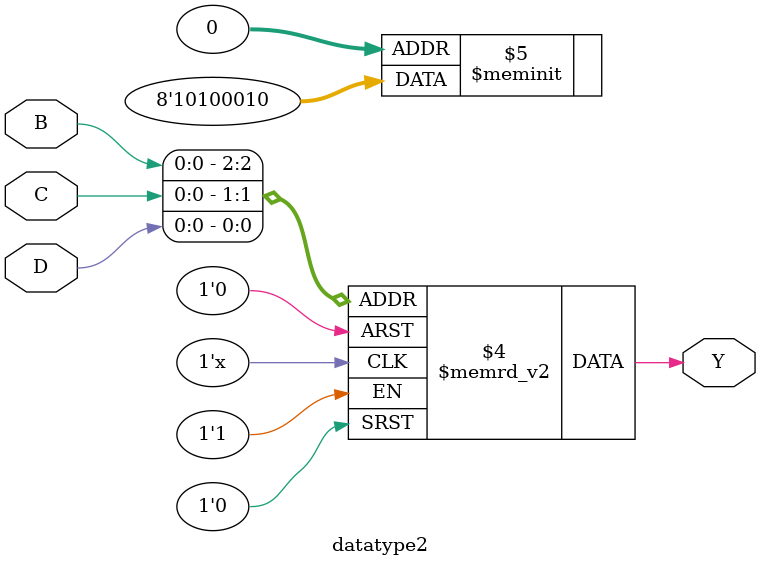
<source format=v>
`timescale 1ns / 1ps
module datatype2(B,C,D,Y);
input B,C,D;
output Y;
reg Y;
always@(B or C or D)
case({B,C,D})
	3'b000:Y=0;
	3'b001:Y=1;
	3'b010:Y=0;
	3'b011:Y=0;
	3'b100:Y=0;
	3'b101:Y=1;
	3'b110:Y=0;
	3'b111:Y=1;
endcase
endmodule

</source>
